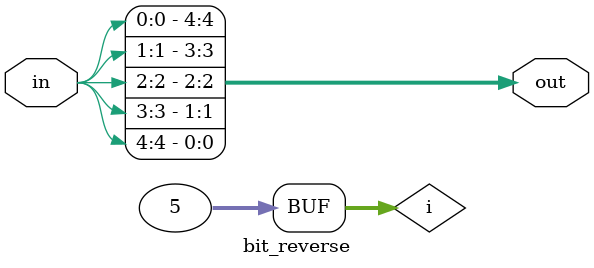
<source format=v>
module bit_reverse #(
    parameter MAX_N = 32,
    parameter WIDTH = $clog2(MAX_N)
)(
    input [WIDTH-1:0] in,
    output reg [WIDTH-1:0] out
);
    integer i;
    always @(*) begin
        for (i=0; i < WIDTH; i=i+1)
            out[i] = in[WIDTH-1-i];
    end
endmodule
</source>
